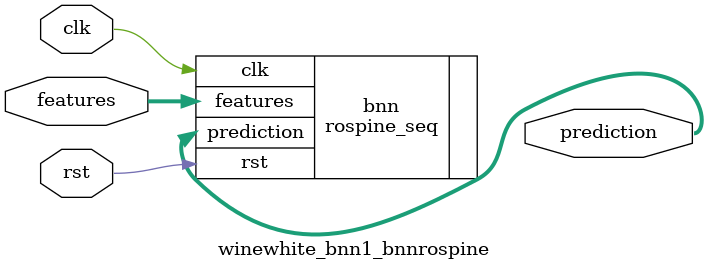
<source format=v>













module winewhite_bnn1_bnnrospine #(

parameter FEAT_CNT = 11,
parameter HIDDEN_CNT = 40,
parameter FEAT_BITS = 4,
parameter CLASS_CNT = 7,
parameter TEST_CNT = 1000


  ) (
  input clk,
  input rst,
  input [FEAT_CNT*FEAT_BITS-1:0] features,
  output [$clog2(CLASS_CNT)-1:0] prediction
  );

  localparam Weights0 = 440'b00010101000000000100110001011111111100001000110010111000111101011010011001100010111100110011000010111110111001101101111011100100100101010010111001101100110001100100000010000100011001111001000101010111000101001100101000101100000110011111011111100011100111101111111000100110011101011110000110100011110011010110001110100100000101101110011001000000111010100011101011100100010011100101000101010011100110000100101000111101100110011111111111010110 ;
  localparam Weights1 = 280'b1100111000000011001100101100101011000111100011011110001100111111010011101101011100011011111010110001111101001110110101110000110111101010000011000100001011010011000011011110101100001111010011101101011100001101100010110001111111101110111001110000000011001010100110110101111011010110 ;

  rospine_seq #(.FEAT_CNT(FEAT_CNT),.FEAT_BITS(FEAT_BITS),.HIDDEN_CNT(HIDDEN_CNT),.CLASS_CNT(CLASS_CNT),.Weights0(Weights0),.Weights1(Weights1)) bnn (
    .clk(clk),
    .rst(rst),
    .features(features),
    .prediction(prediction)
  );

endmodule

</source>
